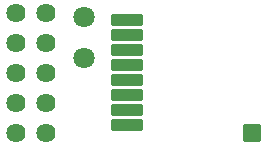
<source format=gts>
G04 Layer: TopSolderMaskLayer*
G04 EasyEDA v6.5.20, 2022-10-16 15:23:26*
G04 af273d6a792b4aeebadb685aaa12eaa7,01de8cd48c9644c38d17f752347833e1,10*
G04 Gerber Generator version 0.2*
G04 Scale: 100 percent, Rotated: No, Reflected: No *
G04 Dimensions in millimeters *
G04 leading zeros omitted , absolute positions ,4 integer and 5 decimal *
%FSLAX45Y45*%
%MOMM*%

%AMMACRO1*1,1,$1,$2,$3*1,1,$1,$4,$5*1,1,$1,0-$2,0-$3*1,1,$1,0-$4,0-$5*20,1,$1,$2,$3,$4,$5,0*20,1,$1,$4,$5,0-$2,0-$3,0*20,1,$1,0-$2,0-$3,0-$4,0-$5,0*20,1,$1,0-$4,0-$5,$2,$3,0*4,1,4,$2,$3,$4,$5,0-$2,0-$3,0-$4,0-$5,$2,$3,0*%
%ADD10C,1.8032*%
%ADD11C,1.6256*%
%ADD12MACRO1,0.1016X-1.27X0.4572X1.27X0.4572*%
%ADD13MACRO1,0.2032X-0.654X0.6541X0.654X0.6541*%

%LPD*%
D10*
G01*
X1350010Y12124969D03*
G01*
X1350010Y12474981D03*
D11*
G01*
X1026998Y11491976D03*
G01*
X772998Y11491976D03*
G01*
X1026998Y11745976D03*
G01*
X772998Y11745976D03*
G01*
X1026998Y11999976D03*
G01*
X772998Y11999976D03*
G01*
X1026998Y12253976D03*
G01*
X772998Y12253976D03*
G01*
X1026998Y12507976D03*
G01*
X772998Y12507976D03*
D12*
G01*
X1710994Y11555475D03*
G01*
X1710994Y11682475D03*
G01*
X1710994Y11809475D03*
G01*
X1710994Y11936475D03*
G01*
X1710994Y12063475D03*
G01*
X1710994Y12190475D03*
G01*
X1710994Y12317475D03*
G01*
X1710994Y12444475D03*
D13*
G01*
X2773502Y11492966D03*
M02*

</source>
